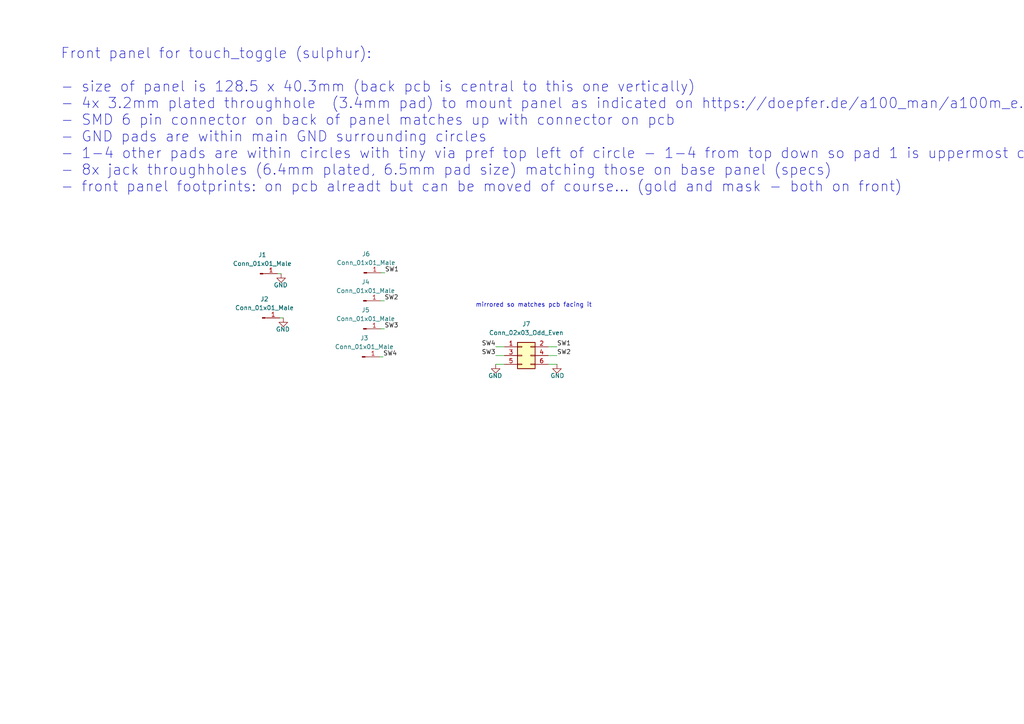
<source format=kicad_sch>
(kicad_sch (version 20211123) (generator eeschema)
  (paper "A4")
  (lib_symbols
    (symbol "Connector:Conn_01x01_Male" (pin_names (offset 1.016) hide)
      (property "Reference" "J" (at 0 2.54 0))
      (property "Value" "Conn_01x01_Male" (at 0 -2.54 0))
      (symbol "Conn_01x01_Male_1_1"
        (polyline (pts (xy 1.27 0) (xy 0.8636 0)) (stroke (width 0.1524)))
        (rectangle (start 0.8636 0.127) (end 0 -0.127) (stroke (width 0.1524)) (fill (type outline)))
        (pin passive line (at 5.08 0 180) (length 3.81) (name "Pin_1") (number "1"))
      )
    )
    (symbol "Connector_Generic:Conn_02x03_Odd_Even" (pin_names (offset 1.016) hide)
      (property "Reference" "J" (at 1.27 5.08 0))
      (property "Value" "Conn_02x03_Odd_Even" (at 1.27 -5.08 0))
      (symbol "Conn_02x03_Odd_Even_1_1"
        (rectangle (start -1.27 -2.413) (end 0 -2.667) (stroke (width 0.1524)))
        (rectangle (start -1.27 0.127) (end 0 -0.127) (stroke (width 0.1524)))
        (rectangle (start -1.27 2.667) (end 0 2.413) (stroke (width 0.1524)))
        (rectangle (start -1.27 3.81) (end 3.81 -3.81) (stroke (width 0.254)) (fill (type background)))
        (rectangle (start 3.81 -2.413) (end 2.54 -2.667) (stroke (width 0.1524)))
        (rectangle (start 3.81 0.127) (end 2.54 -0.127) (stroke (width 0.1524)))
        (rectangle (start 3.81 2.667) (end 2.54 2.413) (stroke (width 0.1524)))
        (pin passive line (at -5.08 2.54 0) (length 3.81) (name "Pin_1") (number "1"))
        (pin passive line (at 7.62 2.54 180) (length 3.81) (name "Pin_2") (number "2"))
        (pin passive line (at -5.08 0 0) (length 3.81) (name "Pin_3") (number "3"))
        (pin passive line (at 7.62 0 180) (length 3.81) (name "Pin_4") (number "4"))
        (pin passive line (at -5.08 -2.54 0) (length 3.81) (name "Pin_5") (number "5"))
        (pin passive line (at 7.62 -2.54 180) (length 3.81) (name "Pin_6") (number "6"))
      )
    )
    (symbol "power:GND" (power) (pin_names (offset 0))
      (property "Value" "GND" (at 0 -3.81 0))
      (symbol "GND_0_1"
        (polyline (pts (xy 0 0) (xy 0 -1.27) (xy 1.27 -1.27) (xy 0 -2.54) (xy -1.27 -1.27) (xy 0 -1.27)))
      )
      (symbol "GND_1_1"
        (pin power_in line (at 0 0 270) (length 0) hide (name "GND") (number "1"))
      )
    )
  )
  (wire (pts (xy 143.764 100.584) (xy 146.304 100.584)))
  (wire (pts (xy 143.764 105.664) (xy 146.304 105.664)))
  (wire (pts (xy 110.49 95.377) (xy 111.506 95.377)))
  (wire (pts (xy 110.49 87.249) (xy 111.506 87.249)))
  (wire (pts (xy 161.544 100.584) (xy 159.004 100.584)))
  (wire (pts (xy 110.617 79.121) (xy 111.633 79.121)))
  (wire (pts (xy 81.153 92.202) (xy 82.169 92.202)))
  (wire (pts (xy 110.109 103.505) (xy 111.125 103.505)))
  (wire (pts (xy 161.544 105.664) (xy 159.004 105.664)))
  (wire (pts (xy 143.764 103.124) (xy 146.304 103.124)))
  (wire (pts (xy 80.518 79.375) (xy 81.534 79.375)))
  (wire (pts (xy 161.544 103.124) (xy 159.004 103.124)))
  (text "Front panel for touch_toggle (sulphur):\n\n- size of panel is 128.5 x 40.3mm (back pcb is central to this one vertically) \n- 4x 3.2mm plated throughhole  (3.4mm pad) to mount panel as indicated on https://doepfer.de/a100_man/a100m_e.htm\n- SMD 6 pin connector on back of panel matches up with connector on pcb\n- GND pads are within main GND surrounding circles\n- 1-4 other pads are within circles with tiny via pref top left of circle - 1-4 from top down so pad 1 is uppermost circle!\n- 8x jack throughholes (6.4mm plated, 6.5mm pad size) matching those on base panel (specs)\n- front panel footprints: on pcb alreadt but can be moved of course... (gold and mask - both on front)\n" (at 17.526 56.007 0) (effects (font (size 3 3)) (justify left bottom)))
  (text "mirrored so matches pcb facing it" (at 137.922 89.281 0) (effects (font (size 1.27 1.27)) (justify left bottom)))
  (label "SW3" (at 143.764 103.124 180))
  (label "SW2" (at 111.506 87.249 0))
  (label "SW1" (at 111.633 79.121 0))
  (label "SW1" (at 161.544 100.584 0))
  (label "SW4" (at 143.764 100.584 180))
  (label "SW2" (at 161.544 103.124 0))
  (label "SW3" (at 111.506 95.377 0))
  (label "SW4" (at 111.125 103.505 0))
  (symbol (lib_id "Connector_Generic:Conn_02x03_Odd_Even") (at 151.384 103.124 0) (unit 1)
    (property "Reference" "J7" (at 152.654 93.98 0))
    (property "Value" "Conn_02x03_Odd_Even" (at 152.654 96.52 0))
    (property "Footprint" "Connector_PinHeader_2.54mm:PinHeader_2x03_P2.54mm_Vertical_SMD" (effects hide))
  )
  (symbol (lib_id "Connector:Conn_01x01_Male") (at 76.073 92.202 0) (unit 1)
    (property "Reference" "J2" (at 76.708 86.741 0))
    (property "Value" "Conn_01x01_Male" (at 76.708 89.281 0))
    (property "Footprint" "TestPoint:TestPoint_Pad_1.5x1.5mm" (effects hide))
  )
  (symbol (lib_id "Connector:Conn_01x01_Male") (at 75.438 79.375 0) (unit 1)
    (property "Reference" "J1" (at 76.073 73.914 0))
    (property "Value" "Conn_01x01_Male" (at 76.073 76.454 0))
    (property "Footprint" "TestPoint:TestPoint_Pad_1.5x1.5mm" (effects hide))
  )
  (symbol (lib_id "power:GND") (at 143.764 105.664 0) (unit 1)
    (property "Reference" "#PWR0101" (effects hide))
    (property "Value" "GND" (at 143.637 108.966 0))
  )
  (symbol (lib_id "Connector:Conn_01x01_Male") (at 105.537 79.121 0) (unit 1)
    (property "Reference" "J6" (at 106.172 73.66 0))
    (property "Value" "Conn_01x01_Male" (at 106.172 76.2 0))
    (property "Footprint" "TestPoint:TestPoint_Pad_1.5x1.5mm" (effects hide))
  )
  (symbol (lib_id "Connector:Conn_01x01_Male") (at 105.029 103.505 0) (unit 1)
    (property "Reference" "J3" (at 105.664 98.044 0))
    (property "Value" "Conn_01x01_Male" (at 105.664 100.584 0))
    (property "Footprint" "TestPoint:TestPoint_Pad_1.5x1.5mm" (effects hide))
  )
  (symbol (lib_id "power:GND") (at 161.544 105.664 0) (mirror y) (unit 1)
    (property "Reference" "#PWR0102" (effects hide))
    (property "Value" "GND" (at 161.671 108.966 0))
  )
  (symbol (lib_id "Connector:Conn_01x01_Male") (at 105.41 95.377 0) (unit 1)
    (property "Reference" "J5" (at 106.045 89.916 0))
    (property "Value" "Conn_01x01_Male" (at 106.045 92.456 0))
    (property "Footprint" "TestPoint:TestPoint_Pad_1.5x1.5mm" (effects hide))
  )
  (symbol (lib_id "power:GND") (at 81.534 79.375 0) (unit 1)
    (property "Reference" "#PWR0103" (effects hide))
    (property "Value" "GND" (at 81.407 82.677 0))
  )
  (symbol (lib_id "power:GND") (at 82.169 92.202 0) (unit 1)
    (property "Reference" "#PWR0104" (effects hide))
    (property "Value" "GND" (at 82.042 95.504 0))
  )
  (symbol (lib_id "Connector:Conn_01x01_Male") (at 105.41 87.249 0) (unit 1)
    (property "Reference" "J4" (at 106.045 81.788 0))
    (property "Value" "Conn_01x01_Male" (at 106.045 84.328 0))
    (property "Footprint" "TestPoint:TestPoint_Pad_1.5x1.5mm" (effects hide))
  )
)
</source>
